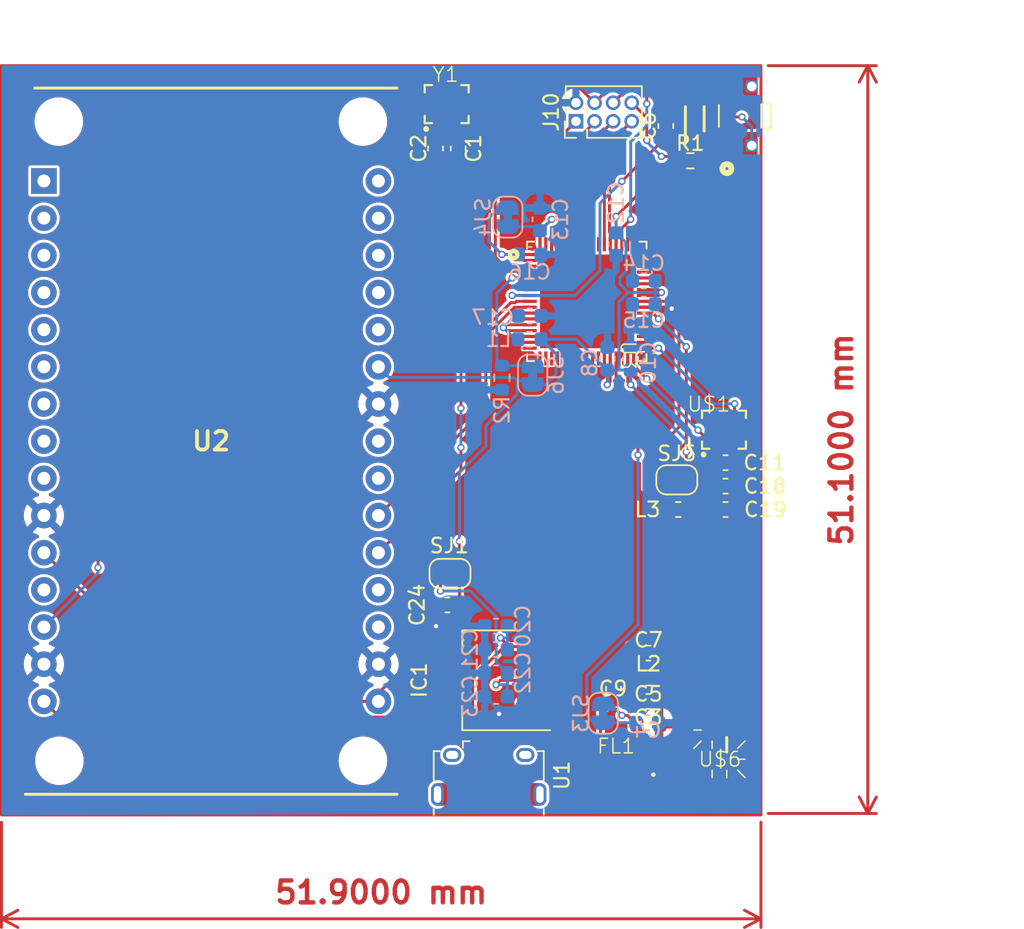
<source format=kicad_pcb>
(kicad_pcb (version 20221018) (generator pcbnew)
  (title_block (title "Ewine Master Card") (date "2023-05-10") (company "Ewine"))
  (layers (0 "F.Cu" signal) (31 "B.Cu" signal) (34 "B.Paste" user) (35 "F.Paste" user) (36 "B.SilkS" user "B.Silkscreen") (37 "F.SilkS" user "F.Silkscreen") (38 "B.Mask" user) (39 "F.Mask" user) (44 "Edge.Cuts" user))
  (net 0 "")
  (net 1 "VDDA")
  (net 2 "PE4")
  (net 3 "PD1")
  (net 4 "PD0")
  (net 5 "PC5")
  (net 6 "PC4")
  (net 7 "PC15")
  (net 8 "PC14")
  (net 9 "PC13")
  (net 10 "PC12")
  (net 11 "PC11")
  (net 12 "PB9")
  (net 13 "PB7")
  (net 14 "PB6")
  (net 15 "PB4_NJTRST")
  (net 16 "PB3_JTDO")
  (net 17 "PB2")
  (net 18 "PB15")
  (net 19 "PB14")
  (net 20 "PB13")
  (net 21 "PB12")
  (net 22 "PB11")
  (net 23 "PB10")
  (net 24 "PB1")
  (net 25 "PB0")
  (net 26 "PA9")
  (net 27 "PA8")
  (net 28 "PA5")
  (net 29 "PA3")
  (net 30 "PA2")
  (net 31 "PA15_JTDI")
  (net 32 "PA14_SWCLOCK")
  (net 33 "PA13_SWDIO")
  (net 34 "PB8")
  (net 35 "PA11")
  (net 36 "OSC_OUT")
  (net 37 "OSC_IN")
  (net 38 "Net-(U3D-VLXSMPS)")
  (net 39 "Net-(U3D-VFBSMPS)")
  (net 40 "Net-(U3C-PH3-BOOT0)")
  (net 41 "NRST")
  (net 42 "GND")
  (net 43 "AT1")
  (net 44 "AT0")
  (net 45 "/board_2/RF1")
  (net 46 "Net-(C5-Pad2)")
  (net 47 "Net-(C7-Pad2)")
  (net 48 "Net-(C13-Pad1)")
  (net 49 "VDD")
  (net 52 "Net-(FL1-IN)")
  (net 53 "Net-(FL1-OUT)")
  (net 54 "Net-(D2-A)")
  (net 55 "/board_2/3V3_OUT")
  (net 56 "PA4")
  (net 57 "PA6")
  (net 58 "PA7")
  (net 59 "PA1")
  (net 60 "PA0")
  (net 61 "PC3")
  (net 62 "PC2")
  (net 63 "PC1")
  (net 64 "PC0")
  (net 65 "PC10")
  (net 66 "/board_2/D-")
  (net 67 "/board_2/D+")
  (net 68 "/board_2/ID")
  (net 88 "PC6")
  (net 89 "PA10")
  (net 90 "PA12")
  (net 91 "PB5")
  (net 92 "5V")
  (footprint "Capacitor_SMD:C_0603_1608Metric" (layer "F.Cu") (at 212.225 78.26875 90)
    (fp_text reference "C9")
    (fp_text value "10nF")
  )
  (footprint "footprint:113990105" (layer "F.Cu") (at 173.3 43.58)
    (fp_text reference "U2")
    (fp_text value "113990105" hide)
  )
  (footprint "Library:STM32WB55RG" (layer "F.Cu") (at 211.289 52.186)
    (fp_text reference "U3")
    (fp_text value "STM32WB55RGV7")
  )
  (footprint "Capacitor_SMD:C_0603_1608Metric" (layer "F.Cu") (at 215.8 39.825 -90)
    (fp_text reference "C6")
    (fp_text value "~")
  )
  (footprint "Library:STM32WB55RG_XTAL" (layer "F.Cu") (at 218.735 59.335)
    (fp_text reference "U$1")
    (fp_text value "XTAL_32MHZ")
  )
  (footprint "Capacitor_SMD:C_0603_1608Metric" (layer "F.Cu") (at 219.875 62.83 180)
    (fp_text reference "C11")
    (fp_text value "100nF")
  )
  (footprint "Capacitor_SMD:C_0603_1608Metric" (layer "F.Cu") (at 214.6 79.14375 180)
    (fp_text reference "C5")
    (fp_text value "~")
  )
  (footprint "Jumper:SolderJumper-2_P1.3mm_Bridged_RoundedPad1.0x1.5mm" (layer "F.Cu") (at 201.05 70.4)
    (fp_text reference "SJ1")
    (fp_text value "JUMPER-PAD-2-NC_BY_TRACENO_SILK")
  )
  (footprint "Library:STM32WB55RG_ResetButton" (layer "F.Cu") (at 220.035 38.7259 90)
    (fp_text reference "SW1" hide)
    (fp_text value "reset_btn")
  )
  (footprint "Capacitor_SMD:C_0603_1608Metric" (layer "F.Cu") (at 201.6125 41.355 -90)
    (fp_text reference "C1")
    (fp_text value "10pF")
  )
  (footprint "Inductor_SMD:L_0603_1608Metric" (layer "F.Cu") (at 214.6125 77.54375)
    (fp_text reference "L2")
    (fp_text value "3.6nH")
  )
  (footprint "Resistor_SMD:R_0603_1608Metric" (layer "F.Cu") (at 217.475 42.2 180)
    (fp_text reference "R1")
    (fp_text value "500")
  )
  (footprint "Capacitor_SMD:C_0603_1608Metric" (layer "F.Cu") (at 214.6 80.74375 180)
    (fp_text reference "C3")
    (fp_text value "~")
  )
  (footprint "Capacitor_SMD:C_0603_1608Metric" (layer "F.Cu") (at 214.6125 75.84375)
    (fp_text reference "C7")
    (fp_text value "1.2pF")
  )
  (footprint "Connector_PinHeader_1.27mm:PinHeader_2x04_P1.27mm_Vertical" (layer "F.Cu") (at 209.66 39.5 90)
    (fp_text reference "J10")
    (fp_text value "DebugConnector")
  )
  (footprint "Package_TO_SOT_SMD:SOT-223" (layer "F.Cu") (at 203.8 77.7 180)
    (fp_text reference "IC1")
    (fp_text value "REG1117")
  )
  (footprint "Capacitor_SMD:C_0603_1608Metric" (layer "F.Cu") (at 219.875 64.43 180)
    (fp_text reference "C18")
    (fp_text value "4.7µF")
  )
  (footprint "Jumper:SolderJumper-2_P1.3mm_Bridged_RoundedPad1.0x1.5mm" (layer "F.Cu") (at 216.55 64)
    (fp_text reference "SJ5")
    (fp_text value "JUMPER-PAD-2-NC_BY_PASTE")
  )
  (footprint "Library:STM32WB55RG_BleAntenna" (layer "F.Cu") (at 219.5035 79.18 180)
    (fp_text reference "U$6")
    (fp_text value "ANTENNA_QUARTER-WAVE_MONOPOLE_MEANDERED_LEFT")
  )
  (footprint "Inductor_SMD:L_0603_1608Metric" (layer "F.Cu") (at 216.65 66.03)
    (fp_text reference "L3")
    (fp_text value "10µH")
  )
  (footprint "Connector_USB:USB_Micro-B_Amphenol_10118194_Horizontal" (layer "F.Cu") (at 203.7 84.2)
    (fp_text reference "U1")
    (fp_text value "473460001")
  )
  (footprint "Capacitor_SMD:C_0603_1608Metric" (layer "F.Cu") (at 200.0625 41.355 -90)
    (fp_text reference "C2")
    (fp_text value "10pF")
  )
  (footprint "Capacitor_SMD:C_0603_1608Metric" (layer "F.Cu") (at 200.875 72.55 180)
    (fp_text reference "C24")
    (fp_text value "4.7µF")
  )
  (footprint "Library:STM32WB55RG_XTAL" (layer "F.Cu") (at 199.785 37.085)
    (fp_text reference "Y1")
    (fp_text value "CM8V-T1A-0.3-32.768KHZ-12.5PF-100PPM-TC-QC")
  )
  (footprint "Capacitor_SMD:C_0603_1608Metric" (layer "F.Cu") (at 219.875 66.03)
    (fp_text reference "C19")
    (fp_text value "4.7nF")
  )
  (footprint "Library:STM32WB55RG_Diode" (layer "F.Cu") (at 213.8475 39.3309 90)
    (fp_text reference "D2" hide)
    (fp_text value "BAT54JFILM")
  )
  (footprint "Library:STM32WB55RG_PassBand" (layer "F.Cu") (at 212.403 87.105 180)
    (fp_text reference "FL1")
    (fp_text value "PassBand")
  )
  (footprint "Inductor_SMD:L_0603_1608Metric" (layer "B.Cu") (at 206.4875 54.4 180)
    (fp_text reference "L1")
    (fp_text value "BLM15AG601SN1D")
  )
  (footprint "Capacitor_SMD:C_0603_1608Metric" (layer "B.Cu") (at 212.4 47.9 -90)
    (fp_text reference "C12")
    (fp_text value "100nF")
  )
  (footprint "Capacitor_SMD:C_0603_1608Metric" (layer "B.Cu") (at 204.2 75.6 180)
    (fp_text reference "C21")
    (fp_text value "100nF")
  )
  (footprint "Capacitor_SMD:C_0603_1608Metric" (layer "B.Cu") (at 207.2 46.2 90)
    (fp_text reference "C13")
    (fp_text value "100nF")
  )
  (footprint "Capacitor_SMD:C_0603_1608Metric" (layer "B.Cu") (at 214.3 52 180)
    (fp_text reference "C15")
    (fp_text value "100nF")
  )
  (footprint "Capacitor_SMD:C_0603_1608Metric" (layer "B.Cu") (at 206.5 48.6)
    (fp_text reference "C16")
    (fp_text value "100nF")
  )
  (footprint "Capacitor_SMD:C_0603_1608Metric" (layer "B.Cu") (at 213.4 55.725 -90)
    (fp_text reference "C10")
    (fp_text value "100nF")
  )
  (footprint "Capacitor_SMD:C_0603_1608Metric" (layer "B.Cu") (at 204.2 74)
    (fp_text reference "C20")
    (fp_text value "1µF")
  )
  (footprint "Capacitor_SMD:C_0603_1608Metric" (layer "B.Cu") (at 204.2 78.8)
    (fp_text reference "C23")
    (fp_text value "1µF")
  )
  (footprint "Capacitor_SMD:C_0603_1608Metric" (layer "B.Cu") (at 211.8 55.725 -90)
    (fp_text reference "C8")
    (fp_text value "100nF")
  )
  (footprint "Capacitor_SMD:C_0603_1608Metric" (layer "B.Cu") (at 214.3 50.4 180)
    (fp_text reference "C14")
    (fp_text value "100nF")
  )
  (footprint "Resistor_SMD:R_0603_1608Metric" (layer "B.Cu") (at 204.6 57.025 -90)
    (fp_text reference "R2")
    (fp_text value "10k")
  )
  (footprint "Jumper:SolderJumper-2_P1.3mm_Bridged_RoundedPad1.0x1.5mm" (layer "B.Cu") (at 211.525 79.95 90)
    (fp_text reference "SJ3")
    (fp_text value "JUMPER-PAD-2-NC_BY_TRACE")
  )
  (footprint "Jumper:SolderJumper-2_P1.3mm_Bridged_RoundedPad1.0x1.5mm" (layer "B.Cu") (at 205 46.05 90)
    (fp_text reference "SJ4")
    (fp_text value "JUMPER-PAD-2-NC_BY_TRACENO_SILK")
  )
  (footprint "Capacitor_SMD:C_0603_1608Metric" (layer "B.Cu") (at 206.5 52.8)
    (fp_text reference "C17")
    (fp_text value "100nF")
  )
  (footprint "Jumper:SolderJumper-2_P1.3mm_Bridged_RoundedPad1.0x1.5mm" (layer "B.Cu") (at 206.7 56.85 -90)
    (fp_text reference "SJ6")
    (fp_text value "JUMPER-PAD-2-NC_BY_PASTE")
  )
  (footprint "Capacitor_SMD:C_0603_1608Metric" (layer "B.Cu") (at 214.525 80.6 180)
    (fp_text reference "C4")
    (fp_text value "0.8pF")
  )
  (footprint "Capacitor_SMD:C_0603_1608Metric" (layer "B.Cu") (at 204.2 77.2 180)
    (fp_text reference "C22")
    (fp_text value "100nF")
  )
  (gr_line (start 216.9635 74.1) (end 215.3875 75.84375) (stroke (width 0.2)) (layer "F.Cu"))
  (gr_rect (start 170.4 35.7) (end 222.3 86.9) (stroke (width 0.2)) (fill none) (layer "F.Cu"))
  (dimension (type aligned) (layer "F.Cu") (pts (xy 222.3 35.7) (xy 222.3 86.8)) (height -7.3) (gr_text "51.1000 mm" (at 227.8 61.25 90) (layer "F.Cu") (effects (font (size 1.5 1.5) (thickness 0.3)))) (format (prefix "") (suffix "") (units 3) (units_format 1) (precision 4)) (style (thickness 0.2) (arrow_length 1.27) (text_position_mode 0) (extension_height 0.58642) (extension_offset 0.5) keep_text_aligned))
  (dimension (type aligned) (layer "F.Cu") (pts (xy 222.3 86.9) (xy 170.4 86.9)) (height -7.1) (gr_text "51.9000 mm" (at 196.35 92.2) (layer "F.Cu") (effects (font (size 1.5 1.5) (thickness 0.3)))) (format (prefix "") (suffix "") (units 3) (units_format 1) (precision 4)) (style (thickness 0.2) (arrow_length 1.27) (text_position_mode 0) (extension_height 0.58642) (extension_offset 0.5) keep_text_aligned))
  (segment (start 204.895 53.405) (end 204.7 53.6) (width 0.2) (layer "F.Cu") (net 1))
  (segment (start 204.905 53.805) (end 204.7 53.6) (width 0.2) (layer "F.Cu") (net 1))
  (segment (start 206.495 53.405) (end 204.895 53.405) (width 0.2) (layer "F.Cu") (net 1))
  (segment (start 206.495 53.805) (end 204.905 53.805) (width 0.2) (layer "F.Cu") (net 1))
  (via (at 204.7 53.6) (size 0.5) (drill 0.3) (layers "F.Cu" "B.Cu") (net 1))
  (segment (start 205.5 52.8) (end 204.7 53.6) (width 0.2) (layer "B.Cu") (net 1))
  (segment (start 205.7 54.4) (end 205.5 54.4) (width 0.2) (layer "B.Cu") (net 1))
  (segment (start 205.5 54.4) (end 204.7 53.6) (width 0.2) (layer "B.Cu") (net 1))
  (segment (start 205.725 52.8) (end 205.5 52.8) (width 0.2) (layer "B.Cu") (net 1))
  (segment (start 204.7 49.760661) (end 204.710661 49.75) (width 0.2) (layer "F.Cu") (net 7))
  (segment (start 200.0625 40.58) (end 200.08 40.58) (width 0.2) (layer "F.Cu") (net 7))
  (segment (start 200.8 45.860661) (end 204.7 49.760661) (width 0.2) (layer "F.Cu") (net 7))
  (segment (start 200.08 40.58) (end 200.8 41.3) (width 0.2) (layer "F.Cu") (net 7))
  (segment (start 200.8 41.3) (end 200.8 45.860661) (width 0.2) (layer "F.Cu") (net 7))
  (segment (start 200.0625 38.9375) (end 200.1 38.9) (width 0.2) (layer "F.Cu") (net 7))
  (segment (start 206.44 49.75) (end 206.495 49.805) (width 0.2) (layer "F.Cu") (net 7))
  (segment (start 204.710661 49.75) (end 206.44 49.75) (width 0.2) (layer "F.Cu") (net 7))
  (segment (start 200.0625 40.58) (end 200.0625 38.9375) (width 0.2) (layer "F.Cu") (net 7))
  (segment (start 201.6125 40.58) (end 204.15 43.1175) (width 0.2) (layer "F.Cu") (net 8))
  (segment (start 204.768603 49.405) (end 206.495 49.405) (width 0.2) (layer "F.Cu") (net 8))
  (segment (start 201.6125 38.9625) (end 201.55 38.9) (width 0.2) (layer "F.Cu") (net 8))
  (segment (start 204.15 48.786397) (end 204.768603 49.405) (width 0.2) (layer "F.Cu") (net 8))
  (segment (start 204.15 43.1175) (end 204.15 48.786397) (width 0.2) (layer "F.Cu") (net 8))
  (segment (start 201.6125 40.58) (end 201.6125 38.9625) (width 0.2) (layer "F.Cu") (net 8))
  (segment (start 209.66 39.5) (end 208.8 40.36) (width 0.2) (layer "F.Cu") (net 15))
  (segment (start 208.8 40.36) (end 208.8 47.9) (width 0.2) (layer "F.Cu") (net 15))
  (segment (start 209.2 47.9) (end 209.2 41.3) (width 0.2) (layer "F.Cu") (net 16))
  (segment (start 210.93 39.57) (end 210.93 39.5) (width 0.2) (layer "F.Cu") (net 16))
  (segment (start 209.2 41.3) (end 210.93 39.57) (width 0.2) (layer "F.Cu") (net 16))
  (segment (start 212.2 39.5) (end 211.6 40.1) (width 0.2) (layer "F.Cu") (net 31))
  (segment (start 211.6 40.1) (end 211.6 47.9) (width 0.2) (layer "F.Cu") (net 31))
  (segment (start 213.47 39.5) (end 211.95 41.02) (width 0.2) (layer "F.Cu") (net 32))
  (segment (start 211.95 41.02) (end 211.95 47.05) (width 0.2) (layer "F.Cu") (net 32))
  (segment (start 211.95 47.05) (end 212 47.1) (width 0.2) (layer "F.Cu") (net 32))
  (segment (start 212 47.1) (end 212 47.9) (width 0.2) (layer "F.Cu") (net 32))
  (segment (start 212.9 37.53) (end 212.9 37.5) (width 0.2) (layer "F.Cu") (net 33))
  (segment (start 213.1 37.3) (end 214.2 37.3) (width 0.2) (layer "F.Cu") (net 33))
  (segment (start 212.8 46.8) (end 212.8 47.9) (width 0.2) (layer "F.Cu") (net 33))
  (segment (start 214.2 37.3) (end 214.5 37.6) (width 0.2) (layer "F.Cu") (net 33))
  (segment (start 213.4 46.2) (end 212.8 46.8) (width 0.2) (layer "F.Cu") (net 33))
  (segment (start 212.9 37.5) (end 213.1 37.3) (width 0.2) (layer "F.Cu") (net 33))
  (segment (start 214.5 37.6) (end 214.5 38.3) (width 0.2) (layer "F.Cu") (net 33))
  (segment (start 212.2 38.23) (end 212.9 37.53) (width 0.2) (layer "F.Cu") (net 33))
  (via (at 213.4 46.2) (size 0.5) (drill 0.3) (layers "F.Cu" "B.Cu") (net 33))
  (via (at 214.5 38.3) (size 0.5) (drill 0.3) (layers "F.Cu" "B.Cu") (net 33))
  (segment (start 214.2 40.1) (end 213.4 40.9) (width 0.2) (layer "B.Cu") (net 33))
  (segment (start 214.5 38.3) (end 214.5 39.8) (width 0.2) (layer "B.Cu") (net 33))
  (segment (start 213.4 40.9) (end 213.4 46.2) (width 0.2) (layer "B.Cu") (net 33))
  (segment (start 214.5 39.8) (end 214.2 40.1) (width 0.2) (layer "B.Cu") (net 33))
  (segment (start 213.6 56.2) (end 214.5 57.1) (width 0.2) (layer "F.Cu") (net 36))
  (segment (start 213.6 55.71) (end 213.6 56.2) (width 0.2) (layer "F.Cu") (net 36))
  (segment (start 218.55 61.15) (end 219.05 61.15) (width 0.2) (layer "F.Cu") (net 36))
  (segment (start 218 60.6) (end 218.55 61.15) (width 0.2) (layer "F.Cu") (net 36))
  (via (at 214.5 57.1) (size 0.5) (drill 0.3) (layers "F.Cu" "B.Cu") (net 36))
  (via (at 218 60.6) (size 0.5) (drill 0.3) (layers "F.Cu" "B.Cu") (net 36))
  (segment (start 214.5 57.1) (end 218 60.6) (width 0.2) (layer "B.Cu") (net 36))
  (segment (start 215.295 55.005) (end 215.3 55) (width 0.2) (layer "F.Cu") (net 37))
  (segment (start 220.5 58.8) (end 220.5 60) (width 0.2) (layer "F.Cu") (net 37))
  (segment (start 214.305 55.005) (end 215.295 55.005) (width 0.2) (layer "F.Cu") (net 37))
  (via (at 220.5 58.8) (size 0.5) (drill 0.3) (layers "F.Cu" "B.Cu") (net 37))
  (via (at 215.3 55) (size 0.5) (drill 0.3) (layers "F.Cu" "B.Cu") (net 37))
  (segment (start 215.3 55) (end 219.1 58.8) (width 0.2) (layer "B.Cu") (net 37))
  (segment (start 219.1 58.8) (end 220.5 58.8) (width 0.2) (layer "B.Cu") (net 37))
  (segment (start 216.7 60.4) (end 214.4 62.7) (width 0.2) (layer "F.Cu") (net 38))
  (segment (start 214.4 62.7) (end 214.4 64.5675) (width 0.2) (layer "F.Cu") (net 38))
  (segment (start 216.7 51.8) (end 216.7 60.4) (width 0.2) (layer "F.Cu") (net 38))
  (segment (start 214.305 51.805) (end 216.695 51.805) (width 0.2) (layer "F.Cu") (net 38))
  (segment (start 216.695 51.805) (end 216.7 51.8) (width 0.2) (layer "F.Cu") (net 38))
  (segment (start 214.4 64.5675) (end 215.8625 66.03) (width 0.2) (layer "F.Cu") (net 38))
  (segment (start 219.1 66.03) (end 217.4375 66.03) (width 0.2) (layer "F.Cu") (net 39))
  (segment (start 215.3 53) (end 214.905 52.605) (width 0.2) (layer "F.Cu") (net 39))
  (segment (start 217.2 54.9) (end 217.2 61.463603) (width 0.2) (layer "F.Cu") (net 39))
  (segment (start 215.9 64.4925) (end 215.9 64) (width 0.2) (layer "F.Cu") (net 39))
  (segment (start 217.2 61.463603) (end 215.9 62.763603) (width 0.2) (layer "F.Cu") (net 39))
  (segment (start 215.9 62.763603) (end 215.9 64) (width 0.2) (layer "F.Cu") (net 39))
  (segment (start 217.4375 66.03) (end 215.9 64.4925) (width 0.2) (layer "F.Cu") (net 39))
  (segment (start 214.905 52.605) (end 214.305 52.605) (width 0.2) (layer "F.Cu") (net 39))
  (via (at 215.3 53) (size 0.5) (drill 0.3) (layers "F.Cu" "B.Cu") (net 39))
  (via (at 217.2 54.9) (size 0.5) (drill 0.3) (layers "F.Cu" "B.Cu") (net 39))
  (segment (start 215.3 53) (end 217.2 54.9) (width 0.2) (layer "B.Cu") (net 39))
  (segment (start 205.3 50.2) (end 206.49 50.2) (width 0.2) (layer "F.Cu") (net 40))
  (segment (start 206.49 50.2) (end 206.495 50.205) (width 0.2) (layer "F.Cu") (net 40))
  (via (at 205.3 50.2) (size 0.5) (drill 0.3) (layers "F.Cu" "B.Cu") (net 40))
  (segment (start 204.25 55.85) (end 204.25 51.25) (width 0.2) (layer "B.Cu") (net 40))
  (segment (start 204.25 51.25) (end 205.3 50.2) (width 0.2) (layer "B.Cu") (net 40))
  (segment (start 204.6 56.2) (end 206.7 56.2) (width 0.2) (layer "B.Cu") (net 40))
  (segment (start 204.6 56.2) (end 204.25 55.85) (width 0.2) (layer "B.Cu") (net 40))
  (segment (start 192.8 36.7) (end 209.4 36.7) (width 0.2) (layer "F.Cu") (net 41))
  (segment (start 217.7775 38.1909) (end 218.7866 39.2) (width 0.2) (layer "F.Cu") (net 41))
  (segment (start 177 52.5) (end 177 70) (width 0.2) (layer "F.Cu") (net 41))
  (segment (start 217.7775 38.1909) (end 217.7775 38.1775) (width 0.2) (layer "F.Cu") (net 41))
  (segment (start 218.7866 39.2) (end 221 39.2) (width 0.2) (layer "F.Cu") (net 41))
  (segment (start 212.36 36.8) (end 215.7 36.8) (width 0.2) (layer "F.Cu") (net 41))
  (segment (start 209.4 36.7) (end 210.93 38.23) (width 0.2) (layer "F.Cu") (net 41))
  (segment (start 192.8 36.7) (end 177 52.5) (width 0.2) (layer "F.Cu") (net 41))
  (segment (start 210.93 38.23) (end 212.36 36.8) (width 0.2) (layer "F.Cu") (net 41))
  (segment (start 217.0909 38.1909) (end 217.7775 38.1909) (width 0.2) (layer "F.Cu") (net 41))
  (segment (start 215.7 36.8) (end 217.0909 38.1909) (width 0.2) (layer "F.Cu") (net 41))
  (via (at 221 39.2) (size 0.5) (drill 0.3) (layers "F.Cu" "B.Cu") (net 41))
  (via (at 177 70) (size 0.5) (drill 0.3) (layers "F.Cu" "B.Cu") (net 41))
  (segment (start 221.675 39.875) (end 221.675 41.1609) (width 0.2) (layer "B.Cu") (net 41))
  (segment (start 177 70) (end 177 70.36) (width 0.2) (layer "B.Cu") (net 41))
  (segment (start 221 39.2) (end 221.675 39.875) (width 0.2) (layer "B.Cu") (net 41))
  (segment (start 177 70.36) (end 173.3 74.06) (width 0.2) (layer "B.Cu") (net 41))
  (segment (start 200.1 72.66) (end 196.16 76.6) (width 0.2) (layer "F.Cu") (net 42))
  (segment (start 210.8 52.205) (end 214.305 52.205) (width 0.2) (layer "F.Cu") (net 42))
  (segment (start 206.95 80) (end 204.4 80) (width 0.2) (layer "F.Cu") (net 42))
  (segment (start 200.1 74) (end 200.1 72.55) (width 0.2) (layer "F.Cu") (net 42))
  (segment (start 200.1 72.55) (end 200.1 72.66) (width 0.2) (layer "F.Cu") (net 42))
  (segment (start 214.305 52.205) (end 216.105 52.205) (width 0.2) (layer "F.Cu") (net 42))
  (segment (start 215.375 79.14375) (end 215.375 80.74375) (width 0.2) (layer "F.Cu") (net 42))
  (segment (start 205 82.8) (end 206.95 80.85) (width 0.2) (layer "F.Cu") (net 42))
  (segment (start 206.95 80.85) (end 206.95 80) (width 0.2) (layer "F.Cu") (net 42))
  (segment (start 210.4 51.805) (end 210.8 52.205) (width 0.2) (layer "F.Cu") (net 42))
  (segment (start 216.105 52.205) (end 216.2 52.3) (width 0.2) (layer "F.Cu") (net 42))
  (via (at 200.1 74) (size 0.5) (drill 0.3) (layers "F.Cu" "B.Cu") (net 42))
  (via (at 204.4 80) (size 0.5) (drill 0.3) (layers "F.Cu" "B.Cu") (net 42))
  (via (at 216.2 52.3) (size 0.5) (drill 0.3) (layers "F.Cu" "B.Cu") (net 42))
  (segment (start 204.4 79.775) (end 203.425 78.8) (width 0.2) (layer "B.Cu") (net 42))
  (segment (start 204.4 80) (end 204.4 79.775) (width 0.2) (layer "B.Cu") (net 42))
  (segment (start 203.425 75.6) (end 203.425 77.2) (width 0.2) (layer "B.Cu") (net 42))
  (segment (start 203.425 78.8) (end 203.425 77.2) (width 0.2) (layer "B.Cu") (net 42))
  (segment (start 203.425 74) (end 200.1 74) (width 0.2) (layer "B.Cu") (net 42))
  (segment (start 203.425 75.6) (end 203.425 74) (width 0.2) (layer "B.Cu") (net 42))
  (segment (start 212.4 58) (end 213.9 59.5) (width 0.2) (layer "F.Cu") (net 45))
  (segment (start 212.4 58) (end 212.4 55.71) (width 0.2) (layer "F.Cu") (net 45))
  (segment (start 213.9 59.5) (end 213.9 62.3) (width 0.2) (layer "F.Cu") (net 45))
  (via (at 213.9 62.3) (size 0.5) (drill 0.3) (layers "F.Cu" "B.Cu") (net 45))
  (segment (start 213.9 73.9) (end 210.4 77.4) (width 0.2) (layer "B.Cu") (net 45))
  (segment (start 210.9 80.6) (end 210.4 80.1) (width 0.2) (layer "B.Cu") (net 45))
  (segment (start 213.75 80.6) (end 211.525 80.6) (width 0.2) (layer "B.Cu") (net 45))
  (segment (start 210.4 80.1) (end 210.4 77.4) (width 0.2) (layer "B.Cu") (net 45))
  (segment (start 213.9 62.3) (end 213.9 73.9) (width 0.2) (layer "B.Cu") (net 45))
  (segment (start 211.525 80.6) (end 210.9 80.6) (width 0.2) (layer "B.Cu") (net 45))
  (segment (start 213.825 77.54375) (end 213.825 79.14375) (width 0.2) (layer "F.Cu") (net 46))
  (segment (start 213.825 77.54375) (end 212.275 77.54375) (width 0.2) (layer "F.Cu") (net 46))
  (segment (start 212.275 77.54375) (end 212.225 77.49375) (width 0.2) (layer "F.Cu") (net 46))
  (segment (start 215.4 77.54375) (end 215.4 75.85625) (width 0.2) (layer "F.Cu") (net 47))
  (segment (start 215.4 75.85625) (end 215.3875 75.84375) (width 0.2) (layer "F.Cu") (net 47))
  (segment (start 207.2 47) (end 208 46.2) (width 0.2) (layer "F.Cu") (net 48))
  (segment (start 207.2 47.9) (end 207.2 47) (width 0.2) (layer "F.Cu") (net 48))
  (via (at 208 46.2) (size 0.5) (drill 0.3) (layers "F.Cu" "B.Cu") (net 48))
  (segment (start 207.975 46.2) (end 207.2 46.975) (width 0.2) (layer "B.Cu") (net 48))
  (segment (start 208 46.2) (end 207.975 46.2) (width 0.2) (layer "B.Cu") (net 48))
  (segment (start 205 46.7) (end 206.925 46.7) (width 0.2) (layer "B.Cu") (net 48))
  (segment (start 206.925 46.7) (end 207.2 46.975) (width 0.2) (layer "B.Cu") (net 48))
  (segment (start 183.46 79.14) (end 173.3 68.98) (width 0.2) (layer "F.Cu") (net 49))
  (segment (start 212.4 47.9) (end 212.4 46) (width 0.2) (layer "F.Cu") (net 49))
  (segment (start 201.7 68.2) (end 201.7 70.4) (width 0.2) (layer "F.Cu") (net 49))
  (segment (start 217.63 64.43) (end 217.2 64) (width 0.2) (layer "F.Cu") (net 49))
  (segment (start 211.8 57.5) (end 212 57.3) (width 0.2) (layer "F.Cu") (net 49))
  (segment (start 196.16 78.576397) (end 196.16 79.14) (width 0.2) (layer "F.Cu") (net 49))
  (segment (start 196.16 79.14) (end 183.46 79.14) (width 0.2) (layer "F.Cu") (net 49))
  (segment (start 215.305 51.005) (end 214.305 51.005) (width 0.2) (layer "F.Cu") (net 49))
  (segment (start 215.5 41.9) (end 216.35 41.9) (width 0.2) (layer "F.Cu") (net 49))
  (segment (start 215.5 51.2) (end 215.305 51.005) (width 0.2) (layer "F.Cu") (net 49))
  (segment (start 206.495 48.605) (end 204.605 48.605) (width 0.2) (layer "F.Cu") (net 49))
  (segment (start 214.5 39.26) (end 214.5 40.8) (width 0.2) (layer "F.Cu") (net 49))
  (segment (start 213.4 57.5) (end 213.2 57.3) (width 0.2) (layer "F.Cu") (net 49))
  (segment (start 204.605 48.605) (end 204.6 48.6) (width 0.2) (layer "F.Cu") (net 49))
  (segment (start 201.7 70.4) (end 201.7 72.5) (width 0.2) (layer "F.Cu") (net 49))
  (segment (start 219.1 62.83) (end 219.1 64.43) (width 0.2) (layer "F.Cu") (net 49))
  (segment (start 217.2 62.1) (end 217.2 64) (width 0.2) (layer "F.Cu") (net 49))
  (segment (start 215.5 51.2) (end 215.295 51.405) (width 0.2) (layer "F.Cu") (net 49))
  (segment (start 216.65 42.2) (end 216.2 42.2) (width 0.2) (layer "F.Cu") (net 49))
  (segment (start 219.1 64.43) (end 217.63 64.43) (width 0.2) (layer "F.Cu") (net 49))
  (segment (start 201.7 72.5) (end 201.65 72.55) (width 0.2) (layer "F.Cu") (net 49))
  (segment (start 201.65 72.55) (end 201.65 73.086397) (width 0.2) (layer "F.Cu") (net 49))
  (segment (start 213.2 57.3) (end 213.2 55.71) (width 0.2) (layer "F.Cu") (net 49))
  (segment (start 215.295 51.405) (end 214.305 51.405) (width 0.2) (layer "F.Cu") (net 49))
  (segment (start 201.65 73.086397) (end 196.16 78.576397) (width 0.2) (layer "F.Cu") (net 49))
  (segment (start 212 57.3) (end 212 55.71) (width 0.2) (layer "F.Cu") (net 49))
  (segment (start 213.47 38.23) (end 214.5 39.26) (width 0.2) (layer "F.Cu") (net 49))
  (segment (start 216.2 42.2) (end 212.4 46) (width 0.2) (layer "F.Cu") (net 49))
  (segment (start 216.35 41.9) (end 216.65 42.2) (width 0.2) (layer "F.Cu") (net 49))
  (via (at 217.2 62.1) (size 0.5) (drill 0.3) (layers "F.Cu" "B.Cu") (net 49))
  (via (at 214.5 40.8) (size 0.5) (drill 0.3) (layers "F.Cu" "B.Cu") (net 49))
  (via (at 211.8 57.5) (size 0.5) (drill 0.3) (layers "F.Cu" "B.Cu") (net 49))
  (via (at 213.4 57.5) (size 0.5) (drill 0.3) (layers "F.Cu" "B.Cu") (net 49))
  (via (at 212.4 46) (size 0.5) (drill 0.3) (layers "F.Cu" "B.Cu") (net 49))
  (via (at 204.6 48.6) (size 0.5) (drill 0.3) (layers "F.Cu" "B.Cu") (net 49))
  (via (at 215.5 41.9) (size 0.5) (drill 0.3) (layers "F.Cu" "B.Cu") (net 49))
  (via (at 201.7 68.2) (size 0.5) (drill 0.3) (layers "F.Cu" "B.Cu") (net 49))
  (via (at 215.5 51.2) (size 0.5) (drill 0.3) (layers "F.Cu" "B.Cu") (net 49))
  (segment (start 205.4 57) (end 196.88 57) (width 0.2) (layer "B.Cu") (net 49))
  (segment (start 213.075 47.8) (end 213.075 49.773959) (width 0.2) (layer "B.Cu") (net 49))
  (segment (start 213.248959 51.2) (end 212.6 51.848959) (width 0.2) (layer "B.Cu") (net 49))
  (segment (start 213.5 51.2) (end 213.248959 51.2) (width 0.2) (layer "B.Cu") (net 49))
  (segment (start 208.3 55.4) (end 208.3 56.8) (width 0.2) (layer "B.Cu") (net 49))
  (segment (start 201.7 68.2) (end 201.7 63.5) (width 0.2) (layer "B.Cu") (net 49))
  (segment (start 213.5 51.2) (end 215.1 51.2) (width 0.2) (layer "B.Cu") (net 49))
  (segment (start 204.4 45.4) (end 203.7 46.1) (width 0.2) (layer "B.Cu") (net 49))
  (segment (start 203.5 60.3) (end 205.65 58.15) (width 0.2) (layer "B.Cu") (net 49))
  (segment (start 212.6 56.5) (end 211.8 56.5) (width 0.2) (layer "B.Cu") (net 49))
  (segment (start 212.65 50.601041) (end 213.248959 51.2) (width 0.2) (layer "B.Cu") (net 49))
  (segment (start 215.075 52) (end 215.075 51.225) (width 0.2) (layer "B.Cu") (net 49))
  (segment (start 207.6 57.5) (end 206.7 57.5) (width 0.2) (layer "B.Cu") (net 49))
  (segment (start 206.45 57.25) (end 205.65 57.25) (width 0.2) (layer "B.Cu") (net 49))
  (segment (start 212.6 51.848959) (end 212.6 56.5) (width 0.2) (layer "B.Cu") (net 49))
  (segment (start 211.8 56.5) (end 209.7 54.4) (width 0.2) (layer "B.Cu") (net 49))
  (segment (start 214.5 40.9) (end 215.5 41.9) (width 0.2) (layer "B.Cu") (net 49))
  (segment (start 203.5 61.7) (end 203.5 60.3) (width 0.2) (layer "B.Cu") (net 49))
  (segment (start 205.65 58.15) (end 205.65 57.25) (width 0.2) (layer "B.Cu") (net 49))
  (segment (start 208.3 56.8) (end 207.6 57.5) (width 0.2) (layer "B.Cu") (net 49))
  (segment (start 207.7 54.825) (end 207.725 54.825) (width 0.2) (layer "B.Cu") (net 49))
  (segment (start 196.88 57) (end 196.16 56.28) (width 0.2) (layer "B.Cu") (net 49))
  (segment (start 203.7 46.1) (end 203.7 47.7) (width 0.2) (layer "B.Cu") (net 49))
  (segment (start 201.7 63.5) (end 203.5 61.7) (width 0.2) (layer "B.Cu") (net 49))
  (segment (start 212.4 46) (end 212.4 47.125) (width 0.2) (layer "B.Cu") (net 49))
  (segment (start 209.7 54.4) (end 207.275 54.4) (width 0.2) (layer "B.Cu") (net 49))
  (segment (start 205.65 57.25) (end 205.4 57) (width 0.2) (layer "B.Cu") (net 49))
  (segment (start 215.5 51.2) (end 215.1 51.2) (width 0.2) (layer "B.Cu") (net 49))
  (segment (start 214.5 40.8) (end 214.5 40.9) (width 0.2) (layer "B.Cu") (net 49))
  (segment (start 215.075 51.225) (end 215.075 50.4) (width 0.2) (layer "B.Cu") (net 49))
  (segment (start 217.2 61.3) (end 217.2 62.1) (width 0.2) (layer "B.Cu") (net 49))
  (segment (start 212.65 50.198959) (end 212.65 50.601041) (width 0.2) (layer "B.Cu") (net 49))
  (segment (start 215.075 51.225) (end 215.1 51.2) (width 0.2) (layer "B.Cu") (net 49))
  (segment (start 207.275 54.4) (end 207.7 54.825) (width 0.2) (layer "B.Cu") (net 49))
  (segment (start 213.4 56.5) (end 213.4 57.5) (width 0.2) (layer "B.Cu") (net 49))
  (segment (start 213.4 57.5) (end 217.2 61.3) (width 0.2) (layer "B.Cu") (net 49))
  (segment (start 205 45.4) (end 204.4 45.4) (width 0.2) (layer "B.Cu") (net 49))
  (segment (start 203.7 47.7) (end 204.6 48.6) (width 0.2) (layer "B.Cu") (net 49))
  (segment (start 211.8 56.5) (end 211.8 57.5) (width 0.2) (layer "B.Cu") (net 49))
  (segment (start 212.4 47.125) (end 213.075 47.8) (width 0.2) (layer "B.Cu") (net 49))
  (segment (start 204.6 48.6) (end 205.725 48.6) (width 0.2) (layer "B.Cu") (net 49))
  (segment (start 212.6 56.5) (end 213.4 56.5) (width 0.2) (layer "B.Cu") (net 49))
  (segment (start 213.075 49.773959) (end 212.65 50.198959) (width 0.2) (layer "B.Cu") (net 49))
  (segment (start 207.725 54.825) (end 208.3 55.4) (width 0.2) (layer "B.Cu") (net 49))
  (segment (start 206.7 57.5) (end 206.45 57.25) (width 0.2) (layer "B.Cu") (net 49))
  (segment (start 213.862 80.78075) (end 213.862 84.15) (width 0.2) (layer "F.Cu") (net 52))
  (segment (start 213.825 80.74375) (end 213.862 80.78075) (width 0.2) (layer "F.Cu") (net 52))
  (segment (start 212.8 80.1) (end 213.18125 80.1) (width 0.2) (layer "F.Cu") (net 52))
  (segment (start 213.18125 80.1) (end 213.825 80.74375) (width 0.2) (layer "F.Cu") (net 52))
  (via (at 212.8 80.1) (size 0.5) (drill 0.3) (layers "F.Cu" "B.Cu") (net 52))
  (segment (start 212 79.3) (end 212.8 80.1) (width 0.2) (layer "B.Cu") (net 52))
  (segment (start 211.525 79.3) (end 212 79.3) (width 0.2) (layer "B.Cu") (net 52))
  (segment (start 211.337 79.93175) (end 211.337 84.15) (width 0.2) (layer "F.Cu") (net 53))
  (segment (start 212.225 79.04375) (end 211.337 79.93175) (width 0.2) (layer "F.Cu") (net 53))
  (segment (start 215.8 40.6) (end 212.8 43.6) (width 0.2) (layer "F.Cu") (net 54))
  (segment (start 205.3 51.4) (end 206.49 51.4) (width 0.2) (layer "F.Cu") (net 54))
  (segment (start 206.49 51.4) (end 206.495 51.405) (width 0.2) (layer "F.Cu") (net 54))
  (segment (start 217.7775 40.4709) (end 217.7775 41.6775) (width 0.2) (layer "F.Cu") (net 54))
  (segment (start 217.7775 40.4709) (end 215.9291 40.4709) (width 0.2) (layer "F.Cu") (net 54))
  (segment (start 217.7775 41.6775) (end 218.3 42.2) (width 0.2) (layer "F.Cu") (net 54))
  (segment (start 215.9291 40.4709) (end 215.8 40.6) (width 0.2) (layer "F.Cu") (net 54))
  (via (at 212.8 43.6) (size 0.5) (drill 0.3) (layers "F.Cu" "B.Cu") (net 54))
  (via (at 205.3 51.4) (size 0.5) (drill 0.3) (layers "F.Cu" "B.Cu") (net 54))
  (segment (start 212.8 43.6) (end 211.725 44.675) (width 0.2) (layer "B.Cu") (net 54))
  (segment (start 211.725 44.675) (end 211.3 45.1) (width 0.2) (layer "B.Cu") (net 54))
  (segment (start 211.3 45.1) (end 211.3 49.7) (width 0.2) (layer "B.Cu") (net 54))
  (segment (start 209.6 51.4) (end 205.3 51.4) (width 0.2) (layer "B.Cu") (net 54))
  (segment (start 211.3 49.7) (end 209.6 51.4) (width 0.2) (layer "B.Cu") (net 54))
  (segment (start 200.4 71.6) (end 200.4 70.4) (width 0.2) (layer "F.Cu") (net 55))
  (segment (start 206.95 77.7) (end 205.5 77.7) (width 0.2) (layer "F.Cu") (net 55))
  (segment (start 204.5 77.7) (end 204.2 78) (width 0.2) (layer "F.Cu") (net 55))
  (segment (start 205.5 77.7) (end 204.5 77.7) (width 0.2) (layer "F.Cu") (net 55))
  (via (at 200.4 71.6) (size 0.5) (drill 0.3) (layers "F.Cu" "B.Cu") (net 55))
  (via (at 204.2 78) (size 0.5) (drill 0.3) (layers "F.Cu" "B.Cu") (net 55))
  (segment (start 204.975 78) (end 204.975 77.2) (width 0.2) (layer "B.Cu") (net 55))
  (segment (start 202.45 71.6) (end 200.4 71.6) (width 0.2) (layer "B.Cu") (net 55))
  (segment (start 204.2 75.2) (end 204.05 75.05) (width 0.2) (layer "B.Cu") (net 55))
  (segment (start 204.2 78) (end 204.975 78) (width 0.2) (layer "B.Cu") (net 55))
  (segment (start 204.2 74.4) (end 204.2 73.536397) (width 0.2) (layer "B.Cu") (net 55))
  (segment (start 204.2 73.35) (end 202.45 71.6) (width 0.2) (layer "B.Cu") (net 55))
  (segment (start 204.2 76.425) (end 204.2 75.2) (width 0.2) (layer "B.Cu") (net 55))
  (segment (start 204.975 78.8) (end 204.975 78) (width 0.2) (layer "B.Cu") (net 55))
  (segment (start 204.05 74.55) (end 204.2 74.4) (width 0.2) (layer "B.Cu") (net 55))
  (segment (start 204.05 75.05) (end 204.05 74.55) (width 0.2) (layer "B.Cu") (net 55))
  (segment (start 204.2 73.536397) (end 204.2 73.35) (width 0.2) (layer "B.Cu") (net 55))
  (segment (start 204.975 77.2) (end 204.2 76.425) (width 0.2) (layer "B.Cu") (net 55))
  (segment (start 203.5 59.1) (end 203.5 54.163603) (width 0.2) (layer "F.Cu") (net 63))
  (segment (start 203.5 54.163603) (end 205.458603 52.205) (width 0.2) (layer "F.Cu") (net 63))
  (segment (start 205.458603 52.205) (end 206.495 52.205) (width 0.2) (layer "F.Cu") (net 63))
  (segment (start 196.16 66.44) (end 203.5 59.1) (width 0.2) (layer "F.Cu") (net 63))
  (segment (start 201.8 63.34) (end 196.16 68.98) (width 0.2) (layer "F.Cu") (net 64))
  (segment (start 205.6 51.8) (end 205.505 51.895) (width 0.2) (layer "F.Cu") (net 64))
  (segment (start 205.505 51.895) (end 205.205 51.895) (width 0.2) (layer "F.Cu") (net 64))
  (segment (start 201.8 61.8) (end 201.8 63.34) (width 0.2) (layer "F.Cu") (net 64))
  (segment (start 205.205 51.895) (end 201.8 55.3) (width 0.2) (layer "F.Cu") (net 64))
  (segment (start 206.495 51.805) (end 205.605 51.805) (width 0.2) (layer "F.Cu") (net 64))
  (segment (start 205.605 51.805) (end 205.6 51.8) (width 0.2) (layer "F.Cu") (net 64))
  (segment (start 201.8 55.3) (end 201.8 59.1) (width 0.2) (layer "F.Cu") (net 64))
  (via (at 201.8 61.8) (size 0.5) (drill 0.3) (layers "F.Cu" "B.Cu") (net 64))
  (via (at 201.8 59.1) (size 0.5) (drill 0.3) (layers "F.Cu" "B.Cu") (net 64))
  (segment (start 201.8 59.1) (end 201.8 61.8) (width 0.2) (layer "B.Cu") (net 64))
  (segment (start 174.375 80.215) (end 173.3 79.14) (width 0.2) (layer "F.Cu") (net 92))
  (segment (start 204.763603 75.4) (end 202.6 77.563603) (width 0.2) (layer "F.Cu") (net 92))
  (segment (start 202.6 79.6) (end 201.2 81) (width 0.2) (layer "F.Cu") (net 92))
  (segment (start 204.763603 75.063603) (end 204.5 74.8) (width 0.2) (layer "F.Cu") (net 92))
  (segment (start 200.6 81) (end 199.815 80.215) (width 0.2) (layer "F.Cu") (net 92))
  (segment (start 206.95 75.4) (end 204.8 75.4) (width 0.2) (layer "F.Cu") (net 92))
  (segment (start 199.815 80.215) (end 174.375 80.215) (width 0.2) (layer "F.Cu") (net 92))
  (segment (start 201.2 81) (end 200.6 81) (width 0.2) (layer "F.Cu") (net 92))
  (segment (start 204.763603 75.4) (end 204.763603 75.063603) (width 0.2) (layer "F.Cu") (net 92))
  (segment (start 202.4 82.8) (end 200.6 81) (width 0.2) (layer "F.Cu") (net 92))
  (segment (start 202.6 77.563603) (end 202.6 79.6) (width 0.2) (layer "F.Cu") (net 92))
  (segment (start 204.8 75.4) (end 204.763603 75.4) (width 0.2) (layer "F.Cu") (net 92))
  (via (at 204.5 74.8) (size 0.5) (drill 0.3) (layers "F.Cu" "B.Cu") (net 92))
  (segment (start 204.5 74.8) (end 204.975 74.8) (width 0.2) (layer "B.Cu") (net 92))
  (segment (start 204.975 74.8) (end 204.975 74) (width 0.2) (layer "B.Cu") (net 92))
  (segment (start 204.975 75.6) (end 204.975 74.8) (width 0.2) (layer "B.Cu") (net 92))
  (zone (net 42) (net_name "GND") (layers "F&B.Cu") (connect_pads (clearance 0.2)) (min_thickness 0.25) (fill yes (thermal_gap 0.5) (thermal_bridge_width 0.5))
    (polygon (pts (xy 170.4 35.7) (xy 222.3 35.7) (xy 222.3 86.8) (xy 170.4 86.9)))
  )
)
</source>
